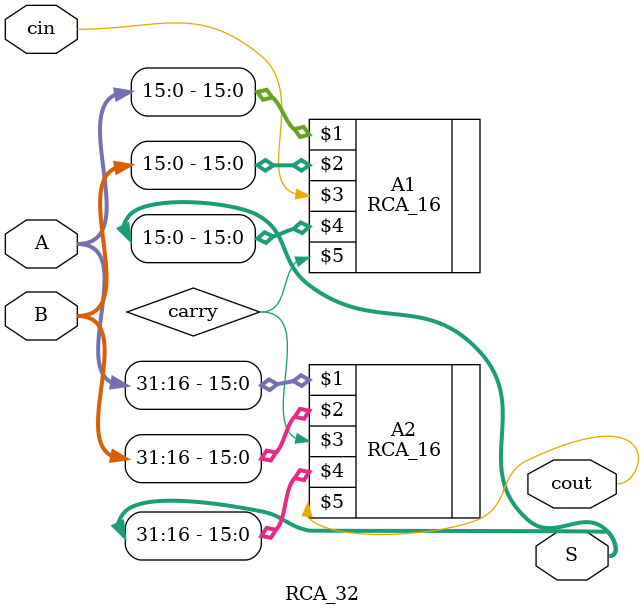
<source format=v>
`timescale 1ns / 1ps


module RCA_32(input[31:0] A, input[31:0] B, input cin, 
                    output[31:0] S, output cout);
    wire carry;                                                 // carry bit used b/w 2 16-bit RCAs
    RCA_16 A1(A[15:0], B[15:0], cin, S[15:0], carry);
    RCA_16 A2(A[31:16], B[31:16], carry, S[31:16], cout);
    // S stores the 32-bit sum output, and cout stores the carry
endmodule
</source>
